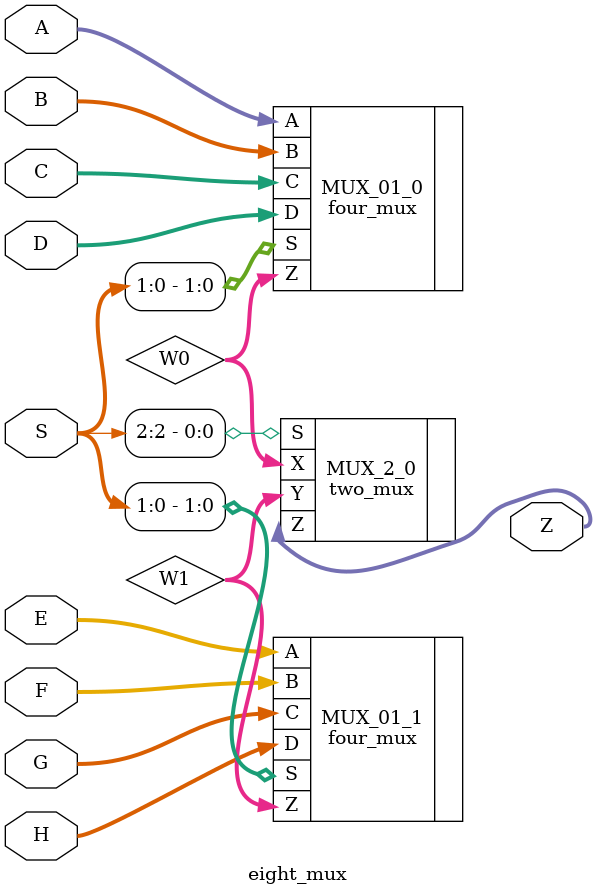
<source format=v>
`timescale 1ns / 1ps
`default_nettype none //helps catch typo-related bugs
module eight_mux(A,B,C,D,E,F,G,H,S,Z);

	//parameter definitions
	parameter N = 32;	//define size of input or output buses

	//port definitions - customize for different bit widths
	input wire [N-1:0] A,B,C,D,E,F,G,H;
	input wire [2:0] S;
	output wire [N-1:0] Z;
	
	wire [N-1:0]  W0, W1;
	
	four_mux #(.N(N)) MUX_01_0(.A(A), .B(B), .C(C), .D(D), .S(S[1:0]), .Z(W0));
	four_mux #(.N(N)) MUX_01_1(.A(E), .B(F), .C(G), .D(H), .S(S[1:0]), .Z(W1));
	two_mux #(.N(N)) MUX_2_0(.X(W0), .Y(W1), .S(S[2]), .Z(Z));

endmodule
`default_nettype wire //some Xilinx IP requires that the default_nettype be set to wire

</source>
